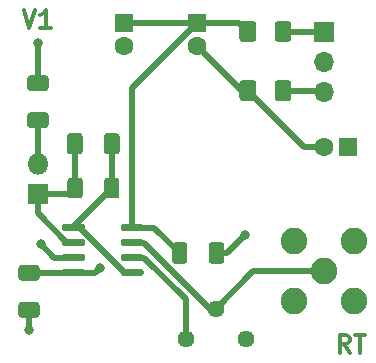
<source format=gbr>
%TF.GenerationSoftware,KiCad,Pcbnew,5.1.10-88a1d61d58~90~ubuntu20.04.1*%
%TF.CreationDate,2021-10-29T09:56:54+11:00*%
%TF.ProjectId,simple-photodetector,73696d70-6c65-42d7-9068-6f746f646574,rev?*%
%TF.SameCoordinates,Original*%
%TF.FileFunction,Copper,L1,Top*%
%TF.FilePolarity,Positive*%
%FSLAX46Y46*%
G04 Gerber Fmt 4.6, Leading zero omitted, Abs format (unit mm)*
G04 Created by KiCad (PCBNEW 5.1.10-88a1d61d58~90~ubuntu20.04.1) date 2021-10-29 09:56:54*
%MOMM*%
%LPD*%
G01*
G04 APERTURE LIST*
%TA.AperFunction,NonConductor*%
%ADD10C,0.300000*%
%TD*%
%TA.AperFunction,ComponentPad*%
%ADD11C,1.440000*%
%TD*%
%TA.AperFunction,ComponentPad*%
%ADD12R,1.600000X1.600000*%
%TD*%
%TA.AperFunction,ComponentPad*%
%ADD13C,1.600000*%
%TD*%
%TA.AperFunction,ComponentPad*%
%ADD14R,1.700000X1.700000*%
%TD*%
%TA.AperFunction,ComponentPad*%
%ADD15O,1.700000X1.700000*%
%TD*%
%TA.AperFunction,ComponentPad*%
%ADD16C,2.250000*%
%TD*%
%TA.AperFunction,ComponentPad*%
%ADD17R,1.800000X1.800000*%
%TD*%
%TA.AperFunction,ComponentPad*%
%ADD18O,1.800000X1.800000*%
%TD*%
%TA.AperFunction,ViaPad*%
%ADD19C,0.800000*%
%TD*%
%TA.AperFunction,Conductor*%
%ADD20C,0.500000*%
%TD*%
G04 APERTURE END LIST*
D10*
X149892857Y-83678571D02*
X149392857Y-82964285D01*
X149035714Y-83678571D02*
X149035714Y-82178571D01*
X149607142Y-82178571D01*
X149750000Y-82250000D01*
X149821428Y-82321428D01*
X149892857Y-82464285D01*
X149892857Y-82678571D01*
X149821428Y-82821428D01*
X149750000Y-82892857D01*
X149607142Y-82964285D01*
X149035714Y-82964285D01*
X150321428Y-82178571D02*
X151178571Y-82178571D01*
X150750000Y-83678571D02*
X150750000Y-82178571D01*
X122285714Y-54678571D02*
X122785714Y-56178571D01*
X123285714Y-54678571D01*
X124571428Y-56178571D02*
X123714285Y-56178571D01*
X124142857Y-56178571D02*
X124142857Y-54678571D01*
X124000000Y-54892857D01*
X123857142Y-55035714D01*
X123714285Y-55107142D01*
D11*
%TO.P,RV1,3*%
%TO.N,GND*%
X141080000Y-82500000D03*
%TO.P,RV1,2*%
%TO.N,Net-(J2-Pad1)*%
X138540000Y-79960000D03*
%TO.P,RV1,1*%
%TO.N,Net-(RV1-Pad1)*%
X136000000Y-82500000D03*
%TD*%
D12*
%TO.P,C1,1*%
%TO.N,/VDD*%
X130750000Y-55750000D03*
D13*
%TO.P,C1,2*%
%TO.N,GND*%
X130750000Y-57750000D03*
%TD*%
%TO.P,C2,2*%
%TO.N,/VSS*%
X147750000Y-66250000D03*
D12*
%TO.P,C2,1*%
%TO.N,GND*%
X149750000Y-66250000D03*
%TD*%
%TO.P,C3,1*%
%TO.N,/VDD*%
X137000000Y-55750000D03*
D13*
%TO.P,C3,2*%
%TO.N,/VSS*%
X137000000Y-57750000D03*
%TD*%
%TO.P,C4,1*%
%TO.N,/VSS*%
%TA.AperFunction,SMDPad,CuDef*%
G36*
G01*
X124150001Y-64662500D02*
X122849999Y-64662500D01*
G75*
G02*
X122600000Y-64412501I0J249999D01*
G01*
X122600000Y-63587499D01*
G75*
G02*
X122849999Y-63337500I249999J0D01*
G01*
X124150001Y-63337500D01*
G75*
G02*
X124400000Y-63587499I0J-249999D01*
G01*
X124400000Y-64412501D01*
G75*
G02*
X124150001Y-64662500I-249999J0D01*
G01*
G37*
%TD.AperFunction*%
%TO.P,C4,2*%
%TO.N,GND*%
%TA.AperFunction,SMDPad,CuDef*%
G36*
G01*
X124150001Y-61537500D02*
X122849999Y-61537500D01*
G75*
G02*
X122600000Y-61287501I0J249999D01*
G01*
X122600000Y-60462499D01*
G75*
G02*
X122849999Y-60212500I249999J0D01*
G01*
X124150001Y-60212500D01*
G75*
G02*
X124400000Y-60462499I0J-249999D01*
G01*
X124400000Y-61287501D01*
G75*
G02*
X124150001Y-61537500I-249999J0D01*
G01*
G37*
%TD.AperFunction*%
%TD*%
%TO.P,C5,2*%
%TO.N,Net-(C5-Pad2)*%
%TA.AperFunction,SMDPad,CuDef*%
G36*
G01*
X127287500Y-65349999D02*
X127287500Y-66650001D01*
G75*
G02*
X127037501Y-66900000I-249999J0D01*
G01*
X126212499Y-66900000D01*
G75*
G02*
X125962500Y-66650001I0J249999D01*
G01*
X125962500Y-65349999D01*
G75*
G02*
X126212499Y-65100000I249999J0D01*
G01*
X127037501Y-65100000D01*
G75*
G02*
X127287500Y-65349999I0J-249999D01*
G01*
G37*
%TD.AperFunction*%
%TO.P,C5,1*%
%TO.N,Net-(C5-Pad1)*%
%TA.AperFunction,SMDPad,CuDef*%
G36*
G01*
X130412500Y-65349999D02*
X130412500Y-66650001D01*
G75*
G02*
X130162501Y-66900000I-249999J0D01*
G01*
X129337499Y-66900000D01*
G75*
G02*
X129087500Y-66650001I0J249999D01*
G01*
X129087500Y-65349999D01*
G75*
G02*
X129337499Y-65100000I249999J0D01*
G01*
X130162501Y-65100000D01*
G75*
G02*
X130412500Y-65349999I0J-249999D01*
G01*
G37*
%TD.AperFunction*%
%TD*%
%TO.P,C6,1*%
%TO.N,GND*%
%TA.AperFunction,SMDPad,CuDef*%
G36*
G01*
X139287500Y-74599999D02*
X139287500Y-75900001D01*
G75*
G02*
X139037501Y-76150000I-249999J0D01*
G01*
X138212499Y-76150000D01*
G75*
G02*
X137962500Y-75900001I0J249999D01*
G01*
X137962500Y-74599999D01*
G75*
G02*
X138212499Y-74350000I249999J0D01*
G01*
X139037501Y-74350000D01*
G75*
G02*
X139287500Y-74599999I0J-249999D01*
G01*
G37*
%TD.AperFunction*%
%TO.P,C6,2*%
%TO.N,/VDD*%
%TA.AperFunction,SMDPad,CuDef*%
G36*
G01*
X136162500Y-74599999D02*
X136162500Y-75900001D01*
G75*
G02*
X135912501Y-76150000I-249999J0D01*
G01*
X135087499Y-76150000D01*
G75*
G02*
X134837500Y-75900001I0J249999D01*
G01*
X134837500Y-74599999D01*
G75*
G02*
X135087499Y-74350000I249999J0D01*
G01*
X135912501Y-74350000D01*
G75*
G02*
X136162500Y-74599999I0J-249999D01*
G01*
G37*
%TD.AperFunction*%
%TD*%
%TO.P,C7,2*%
%TO.N,/VSS*%
%TA.AperFunction,SMDPad,CuDef*%
G36*
G01*
X123400001Y-77600000D02*
X122099999Y-77600000D01*
G75*
G02*
X121850000Y-77350001I0J249999D01*
G01*
X121850000Y-76524999D01*
G75*
G02*
X122099999Y-76275000I249999J0D01*
G01*
X123400001Y-76275000D01*
G75*
G02*
X123650000Y-76524999I0J-249999D01*
G01*
X123650000Y-77350001D01*
G75*
G02*
X123400001Y-77600000I-249999J0D01*
G01*
G37*
%TD.AperFunction*%
%TO.P,C7,1*%
%TO.N,GND*%
%TA.AperFunction,SMDPad,CuDef*%
G36*
G01*
X123400001Y-80725000D02*
X122099999Y-80725000D01*
G75*
G02*
X121850000Y-80475001I0J249999D01*
G01*
X121850000Y-79649999D01*
G75*
G02*
X122099999Y-79400000I249999J0D01*
G01*
X123400001Y-79400000D01*
G75*
G02*
X123650000Y-79649999I0J-249999D01*
G01*
X123650000Y-80475001D01*
G75*
G02*
X123400001Y-80725000I-249999J0D01*
G01*
G37*
%TD.AperFunction*%
%TD*%
%TO.P,D1,1*%
%TO.N,/VDD*%
%TA.AperFunction,SMDPad,CuDef*%
G36*
G01*
X140562500Y-57125000D02*
X140562500Y-55875000D01*
G75*
G02*
X140812500Y-55625000I250000J0D01*
G01*
X141737500Y-55625000D01*
G75*
G02*
X141987500Y-55875000I0J-250000D01*
G01*
X141987500Y-57125000D01*
G75*
G02*
X141737500Y-57375000I-250000J0D01*
G01*
X140812500Y-57375000D01*
G75*
G02*
X140562500Y-57125000I0J250000D01*
G01*
G37*
%TD.AperFunction*%
%TO.P,D1,2*%
%TO.N,Net-(D1-Pad2)*%
%TA.AperFunction,SMDPad,CuDef*%
G36*
G01*
X143537500Y-57125000D02*
X143537500Y-55875000D01*
G75*
G02*
X143787500Y-55625000I250000J0D01*
G01*
X144712500Y-55625000D01*
G75*
G02*
X144962500Y-55875000I0J-250000D01*
G01*
X144962500Y-57125000D01*
G75*
G02*
X144712500Y-57375000I-250000J0D01*
G01*
X143787500Y-57375000D01*
G75*
G02*
X143537500Y-57125000I0J250000D01*
G01*
G37*
%TD.AperFunction*%
%TD*%
%TO.P,D2,2*%
%TO.N,/VSS*%
%TA.AperFunction,SMDPad,CuDef*%
G36*
G01*
X141987500Y-60875000D02*
X141987500Y-62125000D01*
G75*
G02*
X141737500Y-62375000I-250000J0D01*
G01*
X140812500Y-62375000D01*
G75*
G02*
X140562500Y-62125000I0J250000D01*
G01*
X140562500Y-60875000D01*
G75*
G02*
X140812500Y-60625000I250000J0D01*
G01*
X141737500Y-60625000D01*
G75*
G02*
X141987500Y-60875000I0J-250000D01*
G01*
G37*
%TD.AperFunction*%
%TO.P,D2,1*%
%TO.N,Net-(D2-Pad1)*%
%TA.AperFunction,SMDPad,CuDef*%
G36*
G01*
X144962500Y-60875000D02*
X144962500Y-62125000D01*
G75*
G02*
X144712500Y-62375000I-250000J0D01*
G01*
X143787500Y-62375000D01*
G75*
G02*
X143537500Y-62125000I0J250000D01*
G01*
X143537500Y-60875000D01*
G75*
G02*
X143787500Y-60625000I250000J0D01*
G01*
X144712500Y-60625000D01*
G75*
G02*
X144962500Y-60875000I0J-250000D01*
G01*
G37*
%TD.AperFunction*%
%TD*%
%TO.P,R1,1*%
%TO.N,Net-(C5-Pad1)*%
%TA.AperFunction,SMDPad,CuDef*%
G36*
G01*
X130400000Y-69125000D02*
X130400000Y-70375000D01*
G75*
G02*
X130150000Y-70625000I-250000J0D01*
G01*
X129350000Y-70625000D01*
G75*
G02*
X129100000Y-70375000I0J250000D01*
G01*
X129100000Y-69125000D01*
G75*
G02*
X129350000Y-68875000I250000J0D01*
G01*
X130150000Y-68875000D01*
G75*
G02*
X130400000Y-69125000I0J-250000D01*
G01*
G37*
%TD.AperFunction*%
%TO.P,R1,2*%
%TO.N,Net-(C5-Pad2)*%
%TA.AperFunction,SMDPad,CuDef*%
G36*
G01*
X127300000Y-69125000D02*
X127300000Y-70375000D01*
G75*
G02*
X127050000Y-70625000I-250000J0D01*
G01*
X126250000Y-70625000D01*
G75*
G02*
X126000000Y-70375000I0J250000D01*
G01*
X126000000Y-69125000D01*
G75*
G02*
X126250000Y-68875000I250000J0D01*
G01*
X127050000Y-68875000D01*
G75*
G02*
X127300000Y-69125000I0J-250000D01*
G01*
G37*
%TD.AperFunction*%
%TD*%
%TO.P,U1,1*%
%TO.N,Net-(C5-Pad1)*%
%TA.AperFunction,SMDPad,CuDef*%
G36*
G01*
X125550000Y-73245000D02*
X125550000Y-72945000D01*
G75*
G02*
X125700000Y-72795000I150000J0D01*
G01*
X127350000Y-72795000D01*
G75*
G02*
X127500000Y-72945000I0J-150000D01*
G01*
X127500000Y-73245000D01*
G75*
G02*
X127350000Y-73395000I-150000J0D01*
G01*
X125700000Y-73395000D01*
G75*
G02*
X125550000Y-73245000I0J150000D01*
G01*
G37*
%TD.AperFunction*%
%TO.P,U1,2*%
%TO.N,Net-(C5-Pad2)*%
%TA.AperFunction,SMDPad,CuDef*%
G36*
G01*
X125550000Y-74515000D02*
X125550000Y-74215000D01*
G75*
G02*
X125700000Y-74065000I150000J0D01*
G01*
X127350000Y-74065000D01*
G75*
G02*
X127500000Y-74215000I0J-150000D01*
G01*
X127500000Y-74515000D01*
G75*
G02*
X127350000Y-74665000I-150000J0D01*
G01*
X125700000Y-74665000D01*
G75*
G02*
X125550000Y-74515000I0J150000D01*
G01*
G37*
%TD.AperFunction*%
%TO.P,U1,3*%
%TO.N,GND*%
%TA.AperFunction,SMDPad,CuDef*%
G36*
G01*
X125550000Y-75785000D02*
X125550000Y-75485000D01*
G75*
G02*
X125700000Y-75335000I150000J0D01*
G01*
X127350000Y-75335000D01*
G75*
G02*
X127500000Y-75485000I0J-150000D01*
G01*
X127500000Y-75785000D01*
G75*
G02*
X127350000Y-75935000I-150000J0D01*
G01*
X125700000Y-75935000D01*
G75*
G02*
X125550000Y-75785000I0J150000D01*
G01*
G37*
%TD.AperFunction*%
%TO.P,U1,4*%
%TO.N,/VSS*%
%TA.AperFunction,SMDPad,CuDef*%
G36*
G01*
X125550000Y-77055000D02*
X125550000Y-76755000D01*
G75*
G02*
X125700000Y-76605000I150000J0D01*
G01*
X127350000Y-76605000D01*
G75*
G02*
X127500000Y-76755000I0J-150000D01*
G01*
X127500000Y-77055000D01*
G75*
G02*
X127350000Y-77205000I-150000J0D01*
G01*
X125700000Y-77205000D01*
G75*
G02*
X125550000Y-77055000I0J150000D01*
G01*
G37*
%TD.AperFunction*%
%TO.P,U1,5*%
%TO.N,Net-(C5-Pad1)*%
%TA.AperFunction,SMDPad,CuDef*%
G36*
G01*
X130500000Y-77055000D02*
X130500000Y-76755000D01*
G75*
G02*
X130650000Y-76605000I150000J0D01*
G01*
X132300000Y-76605000D01*
G75*
G02*
X132450000Y-76755000I0J-150000D01*
G01*
X132450000Y-77055000D01*
G75*
G02*
X132300000Y-77205000I-150000J0D01*
G01*
X130650000Y-77205000D01*
G75*
G02*
X130500000Y-77055000I0J150000D01*
G01*
G37*
%TD.AperFunction*%
%TO.P,U1,6*%
%TO.N,Net-(RV1-Pad1)*%
%TA.AperFunction,SMDPad,CuDef*%
G36*
G01*
X130500000Y-75785000D02*
X130500000Y-75485000D01*
G75*
G02*
X130650000Y-75335000I150000J0D01*
G01*
X132300000Y-75335000D01*
G75*
G02*
X132450000Y-75485000I0J-150000D01*
G01*
X132450000Y-75785000D01*
G75*
G02*
X132300000Y-75935000I-150000J0D01*
G01*
X130650000Y-75935000D01*
G75*
G02*
X130500000Y-75785000I0J150000D01*
G01*
G37*
%TD.AperFunction*%
%TO.P,U1,7*%
%TO.N,Net-(J2-Pad1)*%
%TA.AperFunction,SMDPad,CuDef*%
G36*
G01*
X130500000Y-74515000D02*
X130500000Y-74215000D01*
G75*
G02*
X130650000Y-74065000I150000J0D01*
G01*
X132300000Y-74065000D01*
G75*
G02*
X132450000Y-74215000I0J-150000D01*
G01*
X132450000Y-74515000D01*
G75*
G02*
X132300000Y-74665000I-150000J0D01*
G01*
X130650000Y-74665000D01*
G75*
G02*
X130500000Y-74515000I0J150000D01*
G01*
G37*
%TD.AperFunction*%
%TO.P,U1,8*%
%TO.N,/VDD*%
%TA.AperFunction,SMDPad,CuDef*%
G36*
G01*
X130500000Y-73245000D02*
X130500000Y-72945000D01*
G75*
G02*
X130650000Y-72795000I150000J0D01*
G01*
X132300000Y-72795000D01*
G75*
G02*
X132450000Y-72945000I0J-150000D01*
G01*
X132450000Y-73245000D01*
G75*
G02*
X132300000Y-73395000I-150000J0D01*
G01*
X130650000Y-73395000D01*
G75*
G02*
X130500000Y-73245000I0J150000D01*
G01*
G37*
%TD.AperFunction*%
%TD*%
D14*
%TO.P,J1,1*%
%TO.N,Net-(D1-Pad2)*%
X147750000Y-56500000D03*
D15*
%TO.P,J1,2*%
%TO.N,GND*%
X147750000Y-59040000D03*
%TO.P,J1,3*%
%TO.N,Net-(D2-Pad1)*%
X147750000Y-61580000D03*
%TD*%
D16*
%TO.P,J2,2*%
%TO.N,GND*%
X145210000Y-74210000D03*
X150290000Y-74210000D03*
X150290000Y-79290000D03*
X145210000Y-79290000D03*
%TO.P,J2,1*%
%TO.N,Net-(J2-Pad1)*%
X147750000Y-76750000D03*
%TD*%
D17*
%TO.P,D3,1*%
%TO.N,Net-(C5-Pad2)*%
X123500000Y-70290000D03*
D18*
%TO.P,D3,2*%
%TO.N,/VSS*%
X123500000Y-67750000D03*
%TD*%
D19*
%TO.N,GND*%
X123500000Y-57500000D03*
X122750000Y-81750000D03*
X123750000Y-74500000D03*
X141000000Y-73750000D03*
%TO.N,/VSS*%
X128750000Y-76500000D03*
%TD*%
D20*
%TO.N,GND*%
X123500000Y-60875000D02*
X123500000Y-57500000D01*
X122750000Y-80062500D02*
X122750000Y-81750000D01*
X124885000Y-75635000D02*
X123750000Y-74500000D01*
X126525000Y-75635000D02*
X124885000Y-75635000D01*
X139500000Y-75250000D02*
X141000000Y-73750000D01*
X138625000Y-75250000D02*
X139500000Y-75250000D01*
%TO.N,/VDD*%
X140525000Y-55750000D02*
X141275000Y-56500000D01*
X137000000Y-55750000D02*
X140525000Y-55750000D01*
X132500000Y-55750000D02*
X137000000Y-55750000D01*
X130750000Y-55750000D02*
X132500000Y-55750000D01*
X131475000Y-61275000D02*
X137000000Y-55750000D01*
X131475000Y-73095000D02*
X131475000Y-61275000D01*
X133345000Y-73095000D02*
X135500000Y-75250000D01*
X131475000Y-73095000D02*
X133345000Y-73095000D01*
%TO.N,/VSS*%
X140750000Y-61500000D02*
X141275000Y-61500000D01*
X137000000Y-57750000D02*
X140750000Y-61500000D01*
X126492500Y-76937500D02*
X126525000Y-76905000D01*
X122750000Y-76937500D02*
X126492500Y-76937500D01*
X128345000Y-76905000D02*
X128750000Y-76500000D01*
X126525000Y-76905000D02*
X128345000Y-76905000D01*
X146025000Y-66250000D02*
X147750000Y-66250000D01*
X141275000Y-61500000D02*
X146025000Y-66250000D01*
X123500000Y-67710000D02*
X123500000Y-64000000D01*
%TO.N,Net-(J2-Pad1)*%
X132450000Y-74365000D02*
X138045000Y-79960000D01*
X138045000Y-79960000D02*
X138540000Y-79960000D01*
X131475000Y-74365000D02*
X132450000Y-74365000D01*
X141750000Y-76750000D02*
X147750000Y-76750000D01*
X138540000Y-79960000D02*
X141750000Y-76750000D01*
%TO.N,Net-(RV1-Pad1)*%
X132450000Y-75635000D02*
X136000000Y-79185000D01*
X136000000Y-79185000D02*
X136000000Y-82500000D01*
X131475000Y-75635000D02*
X132450000Y-75635000D01*
%TO.N,Net-(C5-Pad2)*%
X126625000Y-69725000D02*
X126650000Y-69750000D01*
X126625000Y-66000000D02*
X126625000Y-69725000D01*
X126110000Y-70290000D02*
X126650000Y-69750000D01*
X123500000Y-70290000D02*
X126110000Y-70290000D01*
X123500000Y-71893544D02*
X125971456Y-74365000D01*
X125971456Y-74365000D02*
X126525000Y-74365000D01*
X123500000Y-70290000D02*
X123500000Y-71893544D01*
%TO.N,Net-(C5-Pad1)*%
X129750000Y-66000000D02*
X129750000Y-69750000D01*
X126525000Y-72975000D02*
X129750000Y-69750000D01*
X126525000Y-73095000D02*
X126525000Y-72975000D01*
X130888544Y-76905000D02*
X131475000Y-76905000D01*
X127078544Y-73095000D02*
X130888544Y-76905000D01*
X126525000Y-73095000D02*
X127078544Y-73095000D01*
%TO.N,Net-(D1-Pad2)*%
X144250000Y-56500000D02*
X147750000Y-56500000D01*
%TO.N,Net-(D2-Pad1)*%
X147670000Y-61500000D02*
X147750000Y-61580000D01*
X144250000Y-61500000D02*
X147670000Y-61500000D01*
%TD*%
M02*

</source>
